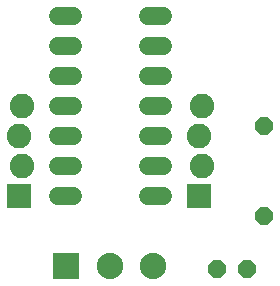
<source format=gts>
G75*
G70*
%OFA0B0*%
%FSLAX24Y24*%
%IPPOS*%
%LPD*%
%AMOC8*
5,1,8,0,0,1.08239X$1,22.5*
%
%ADD10C,0.0600*%
%ADD11R,0.0820X0.0820*%
%ADD12C,0.0820*%
%ADD13OC8,0.0600*%
%ADD14R,0.0880X0.0880*%
%ADD15C,0.0880*%
D10*
X004197Y005423D02*
X004717Y005423D01*
X004717Y006423D02*
X004197Y006423D01*
X004197Y007423D02*
X004717Y007423D01*
X004717Y008423D02*
X004197Y008423D01*
X004197Y009423D02*
X004717Y009423D01*
X004717Y010423D02*
X004197Y010423D01*
X004197Y011423D02*
X004717Y011423D01*
X007197Y011423D02*
X007717Y011423D01*
X007717Y010423D02*
X007197Y010423D01*
X007197Y009423D02*
X007717Y009423D01*
X007717Y008423D02*
X007197Y008423D01*
X007197Y007423D02*
X007717Y007423D01*
X007717Y006423D02*
X007197Y006423D01*
X007197Y005423D02*
X007717Y005423D01*
D11*
X002907Y005423D03*
X008907Y005423D03*
D12*
X009007Y006423D03*
X008907Y007423D03*
X009007Y008423D03*
X003007Y008423D03*
X002907Y007423D03*
X003007Y006423D03*
D13*
X009494Y002973D03*
X010494Y002973D03*
X011062Y004748D03*
X011062Y007748D03*
D14*
X004480Y003089D03*
D15*
X005928Y003089D03*
X007376Y003089D03*
M02*

</source>
